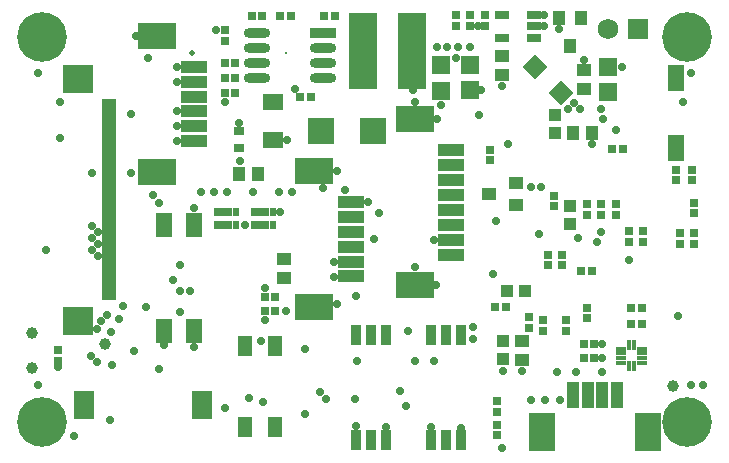
<source format=gbs>
%FSLAX44Y44*%
%MOMM*%
G71*
G01*
G75*
G04 Layer_Color=16711935*
%ADD10R,0.5000X0.6000*%
%ADD11R,1.0668X0.8128*%
%ADD12R,0.6000X0.5000*%
%ADD13R,0.8000X1.6000*%
%ADD14O,2.0320X0.6096*%
%ADD15R,2.0320X0.6096*%
%ADD16O,2.0000X0.3500*%
%ADD17R,1.5000X0.4000*%
G04:AMPARAMS|DCode=18|XSize=0.22mm|YSize=0.8mm|CornerRadius=0mm|HoleSize=0mm|Usage=FLASHONLY|Rotation=90.000|XOffset=0mm|YOffset=0mm|HoleType=Round|Shape=RoundedRectangle|*
%AMROUNDEDRECTD18*
21,1,0.2200,0.8000,0,0,90.0*
21,1,0.2200,0.8000,0,0,90.0*
1,1,0.0000,0.4000,0.1100*
1,1,0.0000,0.4000,-0.1100*
1,1,0.0000,-0.4000,-0.1100*
1,1,0.0000,-0.4000,0.1100*
%
%ADD18ROUNDEDRECTD18*%
G04:AMPARAMS|DCode=19|XSize=0.22mm|YSize=0.8mm|CornerRadius=0mm|HoleSize=0mm|Usage=FLASHONLY|Rotation=0.000|XOffset=0mm|YOffset=0mm|HoleType=Round|Shape=RoundedRectangle|*
%AMROUNDEDRECTD19*
21,1,0.2200,0.8000,0,0,0.0*
21,1,0.2200,0.8000,0,0,0.0*
1,1,0.0000,0.1100,-0.4000*
1,1,0.0000,-0.1100,-0.4000*
1,1,0.0000,-0.1100,0.4000*
1,1,0.0000,0.1100,0.4000*
%
%ADD19ROUNDEDRECTD19*%
%ADD20R,4.3000X4.3000*%
%ADD21R,1.4000X0.6000*%
%ADD22R,1.8000X0.2500*%
%ADD23R,1.2000X2.2000*%
%ADD24R,1.6000X1.4000*%
%ADD25R,1.1000X1.4000*%
%ADD26R,0.7000X1.6000*%
%ADD27R,0.6000X0.7000*%
%ADD28R,1.2000X1.4000*%
%ADD29P,1.8385X4X90.0*%
%ADD30R,0.8890X1.0160*%
%ADD31R,1.0160X0.8890*%
%ADD32C,0.4000*%
%ADD33C,0.2000*%
%ADD34C,0.3000*%
%ADD35C,0.2540*%
%ADD36C,0.1270*%
%ADD37C,0.5000*%
%ADD38C,0.6000*%
%ADD39C,0.5000*%
%ADD40C,0.3000*%
G04:AMPARAMS|DCode=41|XSize=4mm|YSize=4mm|CornerRadius=2mm|HoleSize=0mm|Usage=FLASHONLY|Rotation=0.000|XOffset=0mm|YOffset=0mm|HoleType=Round|Shape=RoundedRectangle|*
%AMROUNDEDRECTD41*
21,1,4.0000,0.0000,0,0,0.0*
21,1,0.0000,4.0000,0,0,0.0*
1,1,4.0000,0.0000,0.0000*
1,1,4.0000,0.0000,0.0000*
1,1,4.0000,0.0000,0.0000*
1,1,4.0000,0.0000,0.0000*
%
%ADD41ROUNDEDRECTD41*%
%ADD42R,1.5240X1.5240*%
%ADD43C,1.5240*%
%ADD44C,0.8000*%
%ADD45R,0.8128X1.0668*%
%ADD46P,1.8385X4X180.0*%
%ADD47R,1.3970X1.3970*%
%ADD48R,2.1000X0.8000*%
%ADD49R,3.0000X2.1000*%
%ADD50R,1.6000X1.2000*%
%ADD51R,1.2000X1.8000*%
%ADD52R,1.0000X1.6000*%
%ADD53R,0.7500X0.2000*%
%ADD54R,0.2000X0.7500*%
%ADD55C,0.8000*%
%ADD56R,0.4064X0.5500*%
%ADD57R,0.3048X0.5500*%
%ADD58R,0.8128X0.8128*%
%ADD59R,1.6000X2.2000*%
G04:AMPARAMS|DCode=60|XSize=2mm|YSize=2mm|CornerRadius=0mm|HoleSize=0mm|Usage=FLASHONLY|Rotation=180.000|XOffset=0mm|YOffset=0mm|HoleType=Round|Shape=RoundedRectangle|*
%AMROUNDEDRECTD60*
21,1,2.0000,2.0000,0,0,180.0*
21,1,2.0000,2.0000,0,0,180.0*
1,1,0.0000,-1.0000,1.0000*
1,1,0.0000,1.0000,1.0000*
1,1,0.0000,1.0000,-1.0000*
1,1,0.0000,-1.0000,-1.0000*
%
%ADD60ROUNDEDRECTD60*%
%ADD61R,0.8128X0.8128*%
%ADD62R,2.4130X2.1844*%
%ADD63R,1.1000X0.3000*%
%ADD64R,2.1500X6.3000*%
%ADD65R,1.2000X2.0000*%
%ADD66R,0.7000X0.6000*%
%ADD67R,0.8000X2.1000*%
%ADD68R,2.1000X3.0000*%
%ADD69R,1.1000X0.5000*%
%ADD70R,0.7600X1.5200*%
%ADD71C,0.1999*%
%ADD72C,0.1250*%
%ADD73C,0.2032*%
%ADD74C,0.1000*%
%ADD75C,0.1200*%
%ADD76R,0.7040X0.8040*%
%ADD77R,1.2708X1.0168*%
%ADD78R,0.8040X0.7040*%
%ADD79R,1.0040X1.8040*%
%ADD80O,2.2360X0.8136*%
%ADD81R,2.2360X0.8136*%
%ADD82O,2.2040X0.5540*%
%ADD83R,1.7040X0.6040*%
G04:AMPARAMS|DCode=84|XSize=0.424mm|YSize=1.004mm|CornerRadius=0mm|HoleSize=0mm|Usage=FLASHONLY|Rotation=90.000|XOffset=0mm|YOffset=0mm|HoleType=Round|Shape=RoundedRectangle|*
%AMROUNDEDRECTD84*
21,1,0.4240,1.0040,0,0,90.0*
21,1,0.4240,1.0040,0,0,90.0*
1,1,0.0000,0.5020,0.2120*
1,1,0.0000,0.5020,-0.2120*
1,1,0.0000,-0.5020,-0.2120*
1,1,0.0000,-0.5020,0.2120*
%
%ADD84ROUNDEDRECTD84*%
G04:AMPARAMS|DCode=85|XSize=0.424mm|YSize=1.004mm|CornerRadius=0mm|HoleSize=0mm|Usage=FLASHONLY|Rotation=0.000|XOffset=0mm|YOffset=0mm|HoleType=Round|Shape=RoundedRectangle|*
%AMROUNDEDRECTD85*
21,1,0.4240,1.0040,0,0,0.0*
21,1,0.4240,1.0040,0,0,0.0*
1,1,0.0000,0.2120,-0.5020*
1,1,0.0000,-0.2120,-0.5020*
1,1,0.0000,-0.2120,0.5020*
1,1,0.0000,0.2120,0.5020*
%
%ADD85ROUNDEDRECTD85*%
%ADD86R,4.5040X4.5040*%
%ADD87R,1.6040X0.8040*%
%ADD88R,2.0040X0.4540*%
%ADD89R,1.4040X2.4040*%
%ADD90R,1.8040X1.6040*%
%ADD91R,1.3040X1.6040*%
%ADD92R,0.9040X1.8040*%
%ADD93R,0.8040X0.9040*%
%ADD94R,1.4040X1.6040*%
%ADD95P,2.1270X4X90.0*%
%ADD96R,1.0930X1.2200*%
%ADD97R,1.2200X1.0930*%
%ADD98C,0.7040*%
%ADD99C,0.5040*%
%ADD100C,0.2040*%
G04:AMPARAMS|DCode=101|XSize=4.204mm|YSize=4.204mm|CornerRadius=2.102mm|HoleSize=0mm|Usage=FLASHONLY|Rotation=0.000|XOffset=0mm|YOffset=0mm|HoleType=Round|Shape=RoundedRectangle|*
%AMROUNDEDRECTD101*
21,1,4.2040,0.0000,0,0,0.0*
21,1,0.0000,4.2040,0,0,0.0*
1,1,4.2040,0.0000,0.0000*
1,1,4.2040,0.0000,0.0000*
1,1,4.2040,0.0000,0.0000*
1,1,4.2040,0.0000,0.0000*
%
%ADD101ROUNDEDRECTD101*%
%ADD102R,1.7280X1.7280*%
%ADD103C,1.7280*%
%ADD104R,1.0168X1.2708*%
%ADD105P,2.1270X4X180.0*%
%ADD106R,1.6010X1.6010*%
%ADD107R,2.3040X1.0040*%
%ADD108R,3.2040X2.3040*%
%ADD109R,1.8040X1.4040*%
%ADD110R,1.4040X2.0040*%
%ADD111R,1.2040X1.8040*%
%ADD112R,0.9540X0.4040*%
%ADD113R,0.4040X0.9540*%
%ADD114C,1.0040*%
%ADD115R,0.6104X0.7540*%
%ADD116R,0.5088X0.7540*%
%ADD117R,1.0168X1.0168*%
%ADD118R,1.8040X2.4040*%
G04:AMPARAMS|DCode=119|XSize=2.204mm|YSize=2.204mm|CornerRadius=0mm|HoleSize=0mm|Usage=FLASHONLY|Rotation=180.000|XOffset=0mm|YOffset=0mm|HoleType=Round|Shape=RoundedRectangle|*
%AMROUNDEDRECTD119*
21,1,2.2040,2.2040,0,0,180.0*
21,1,2.2040,2.2040,0,0,180.0*
1,1,0.0000,-1.1020,1.1020*
1,1,0.0000,1.1020,1.1020*
1,1,0.0000,1.1020,-1.1020*
1,1,0.0000,-1.1020,-1.1020*
%
%ADD119ROUNDEDRECTD119*%
%ADD120R,1.0168X1.0168*%
%ADD121R,2.6170X2.3884*%
%ADD122R,1.3040X0.5040*%
%ADD123R,2.3540X6.5040*%
%ADD124R,1.4040X2.2040*%
%ADD125R,0.9040X0.8040*%
%ADD126R,1.0040X2.3040*%
%ADD127R,2.3040X3.2040*%
%ADD128R,1.3040X0.7040*%
%ADD129R,0.9640X1.7240*%
D76*
X234500Y-67000D02*
D03*
X225500D02*
D03*
X-109500Y115000D02*
D03*
X-118500D02*
D03*
X-62500Y181000D02*
D03*
X-71500D02*
D03*
X192500Y-35000D02*
D03*
X183500D02*
D03*
X110500Y-66000D02*
D03*
X119500D02*
D03*
X218500Y68000D02*
D03*
X209500D02*
D03*
X234500Y-80000D02*
D03*
X225500D02*
D03*
X194500Y-97000D02*
D03*
X185500D02*
D03*
Y-109000D02*
D03*
X194500D02*
D03*
X-54500Y112000D02*
D03*
X-45500D02*
D03*
X-86500Y181000D02*
D03*
X-95500D02*
D03*
X-34500D02*
D03*
X-25500D02*
D03*
X-118500Y141000D02*
D03*
X-109500D02*
D03*
X-118500Y128000D02*
D03*
X-109500D02*
D03*
X-84500Y-57000D02*
D03*
X-75500D02*
D03*
X-84500Y-69000D02*
D03*
X-75500D02*
D03*
D77*
X105608Y30051D02*
D03*
X128544Y20513D02*
D03*
Y39588D02*
D03*
D78*
X224000Y-10500D02*
D03*
Y-1500D02*
D03*
X236000D02*
D03*
Y-10500D02*
D03*
X88980Y181366D02*
D03*
Y172366D02*
D03*
X139000Y-83500D02*
D03*
Y-74500D02*
D03*
X213000Y21500D02*
D03*
Y12500D02*
D03*
X150678Y-76995D02*
D03*
Y-85994D02*
D03*
X170678D02*
D03*
Y-76995D02*
D03*
X264000Y41500D02*
D03*
Y50500D02*
D03*
X112000Y-165500D02*
D03*
Y-174500D02*
D03*
X106000Y67500D02*
D03*
Y58500D02*
D03*
X267000Y-3500D02*
D03*
Y-12500D02*
D03*
X277000Y41500D02*
D03*
Y50500D02*
D03*
X188000Y21500D02*
D03*
Y12500D02*
D03*
X200000Y21500D02*
D03*
Y12500D02*
D03*
X155000Y-21500D02*
D03*
Y-30500D02*
D03*
X167000Y-21500D02*
D03*
Y-30500D02*
D03*
X160000Y19500D02*
D03*
Y28500D02*
D03*
X112000Y-145500D02*
D03*
Y-154500D02*
D03*
X188000Y-75500D02*
D03*
Y-66500D02*
D03*
X279000Y-3500D02*
D03*
Y-12500D02*
D03*
Y22500D02*
D03*
Y13500D02*
D03*
X-118500Y168500D02*
D03*
Y159500D02*
D03*
X-260000Y-111500D02*
D03*
Y-102500D02*
D03*
X76980Y172366D02*
D03*
Y181366D02*
D03*
X101980D02*
D03*
Y172366D02*
D03*
D80*
X-91080Y166390D02*
D03*
Y153691D02*
D03*
Y140990D02*
D03*
Y128291D02*
D03*
X-35200D02*
D03*
Y140990D02*
D03*
Y153691D02*
D03*
D81*
Y166390D02*
D03*
D96*
X192524Y81477D02*
D03*
X176522D02*
D03*
X-89999Y47000D02*
D03*
X-106001D02*
D03*
D97*
X133000Y-110506D02*
D03*
Y-94504D02*
D03*
X116000Y147001D02*
D03*
Y130999D02*
D03*
X186000Y118999D02*
D03*
Y135001D02*
D03*
X-68000Y-41001D02*
D03*
Y-24999D02*
D03*
D98*
X276200Y132000D02*
D03*
Y-132000D02*
D03*
X-276200D02*
D03*
Y132000D02*
D03*
X151866Y171866D02*
D03*
X60600Y-47400D02*
D03*
X42500Y107500D02*
D03*
X77000Y145000D02*
D03*
X-185000Y-66000D02*
D03*
X182000Y102000D02*
D03*
X177000Y107000D02*
D03*
X172000Y102000D02*
D03*
X-197529Y47990D02*
D03*
X149000Y36000D02*
D03*
X-23740Y49260D02*
D03*
X164412Y169412D02*
D03*
X192524Y72476D02*
D03*
X109000Y-38000D02*
D03*
X186000Y143000D02*
D03*
X217633Y137795D02*
D03*
X121487Y72487D02*
D03*
X-258000Y77500D02*
D03*
X-269500Y-17500D02*
D03*
X-230500Y47500D02*
D03*
X42500Y-31500D02*
D03*
X116000Y121000D02*
D03*
X-258000Y107500D02*
D03*
X-246000Y-175000D02*
D03*
X-86000Y-146000D02*
D03*
X-23000Y-63000D02*
D03*
X-87610Y-94390D02*
D03*
X141000Y36000D02*
D03*
X98705Y117705D02*
D03*
X65000Y105000D02*
D03*
X61600Y93400D02*
D03*
X213000Y84000D02*
D03*
X202000Y93000D02*
D03*
X7655Y-8345D02*
D03*
X-144680Y17680D02*
D03*
X-125500Y168500D02*
D03*
X-35248Y35248D02*
D03*
X-147500Y-52500D02*
D03*
X-101000Y3631D02*
D03*
X-156000Y-52500D02*
D03*
X-84500Y-49500D02*
D03*
X-144680Y-100000D02*
D03*
X-118000Y-151000D02*
D03*
X29982Y-136982D02*
D03*
X-215250Y-161750D02*
D03*
X-193700Y163700D02*
D03*
X-183198Y145198D02*
D03*
X-159050Y124950D02*
D03*
X-106000Y90000D02*
D03*
X-66000Y76000D02*
D03*
X61000Y154000D02*
D03*
X70000D02*
D03*
X79000D02*
D03*
X89000D02*
D03*
X96500Y96500D02*
D03*
X286500Y-131500D02*
D03*
X265000Y-73000D02*
D03*
X35270Y-149270D02*
D03*
X-6819Y-111500D02*
D03*
X-33000Y-144000D02*
D03*
X-37819Y-137500D02*
D03*
X-138659Y31606D02*
D03*
X-162000Y-43000D02*
D03*
X-156196Y-30000D02*
D03*
X-127606Y31606D02*
D03*
X-116646D02*
D03*
X-94590D02*
D03*
X-72656D02*
D03*
X-61606D02*
D03*
X-72000Y14250D02*
D03*
X-50500Y-156000D02*
D03*
X-156000Y-69600D02*
D03*
X36434Y-86515D02*
D03*
X41000Y118000D02*
D03*
X-118500Y107843D02*
D03*
X-16323Y33000D02*
D03*
X-170080Y-97920D02*
D03*
X-195416Y-103000D02*
D03*
X-260000Y-117000D02*
D03*
X-50500Y-101340D02*
D03*
X-84500Y-76500D02*
D03*
X-26000Y-40000D02*
D03*
Y-27390D02*
D03*
X-98000Y-143000D02*
D03*
X-174326Y-118412D02*
D03*
X-226500Y-112500D02*
D03*
X-231500Y-107500D02*
D03*
X-214000Y-115000D02*
D03*
X-8500Y-144000D02*
D03*
X-7710Y-56290D02*
D03*
X162565Y-120980D02*
D03*
X58730Y-111770D02*
D03*
X42730D02*
D03*
X-59000Y119000D02*
D03*
X-159050Y137450D02*
D03*
X-179000Y29000D02*
D03*
X-174000Y22000D02*
D03*
X-198000Y97500D02*
D03*
X-227000Y-84000D02*
D03*
X-159050Y74550D02*
D03*
Y87050D02*
D03*
Y99750D02*
D03*
X-207636Y-76000D02*
D03*
X-205000Y-65000D02*
D03*
X-215000Y-87000D02*
D03*
X-67000Y-69000D02*
D03*
X200000Y102000D02*
D03*
X269500Y107500D02*
D03*
X58350Y-8650D02*
D03*
X95634Y172366D02*
D03*
X111000Y7000D02*
D03*
X116000Y-185000D02*
D03*
X151980Y181366D02*
D03*
X-7461Y-166461D02*
D03*
X17939Y-167061D02*
D03*
X56039Y-167039D02*
D03*
X81422Y-168064D02*
D03*
X201000Y-121000D02*
D03*
X-230500Y-17500D02*
D03*
X-225500Y-22500D02*
D03*
Y-12500D02*
D03*
X-230500Y-7500D02*
D03*
X-225500Y-2500D02*
D03*
X-230500Y2500D02*
D03*
X-218000Y-72500D02*
D03*
X-223000Y-77500D02*
D03*
X148000Y-3569D02*
D03*
X181000Y-7340D02*
D03*
X224000Y-26000D02*
D03*
X197000Y-11000D02*
D03*
X200000Y-2680D02*
D03*
X165000Y-144124D02*
D03*
X153000D02*
D03*
X141270Y-144230D02*
D03*
X201000Y-109000D02*
D03*
X179000Y-121000D02*
D03*
X201000Y-97000D02*
D03*
X133000Y-120000D02*
D03*
X117000D02*
D03*
X-105630Y58000D02*
D03*
X92011Y-93000D02*
D03*
X92000Y-83000D02*
D03*
X12000Y14000D02*
D03*
X2892Y23010D02*
D03*
D99*
X-146563Y149244D02*
D03*
D100*
X-66676Y149208D02*
D03*
D101*
X-273000Y163000D02*
D03*
Y-163000D02*
D03*
X273000D02*
D03*
Y163000D02*
D03*
D102*
X231700Y170000D02*
D03*
D103*
X206300D02*
D03*
D104*
X164412Y178544D02*
D03*
X183487D02*
D03*
X173949Y155608D02*
D03*
D105*
X144000Y137789D02*
D03*
X166000Y115789D02*
D03*
D106*
X65000Y138795D02*
D03*
Y117205D02*
D03*
X89000Y139295D02*
D03*
Y117705D02*
D03*
X206000Y116205D02*
D03*
Y137795D02*
D03*
D107*
X73500Y41950D02*
D03*
Y4050D02*
D03*
Y16750D02*
D03*
Y29250D02*
D03*
Y-8650D02*
D03*
Y-21350D02*
D03*
Y54650D02*
D03*
Y67350D02*
D03*
X-144500Y137450D02*
D03*
Y124950D02*
D03*
Y87050D02*
D03*
Y74550D02*
D03*
Y99750D02*
D03*
Y112250D02*
D03*
X-11823Y23010D02*
D03*
Y10510D02*
D03*
Y-27390D02*
D03*
Y-39890D02*
D03*
Y-14690D02*
D03*
Y-2190D02*
D03*
D108*
X42500Y-47400D02*
D03*
Y93400D02*
D03*
X-175500Y163700D02*
D03*
Y48300D02*
D03*
X-42823Y49260D02*
D03*
Y-66140D02*
D03*
D109*
X-78000Y108000D02*
D03*
Y76000D02*
D03*
D110*
X-170080Y-85940D02*
D03*
X-144680D02*
D03*
Y4060D02*
D03*
X-170080D02*
D03*
D111*
X-76300Y-167000D02*
D03*
X-101700D02*
D03*
Y-99000D02*
D03*
X-76300D02*
D03*
D112*
X217000Y-101000D02*
D03*
Y-105000D02*
D03*
Y-109000D02*
D03*
Y-113000D02*
D03*
X235000D02*
D03*
Y-109000D02*
D03*
Y-105000D02*
D03*
Y-101000D02*
D03*
D113*
X224000Y-116000D02*
D03*
X228000D02*
D03*
Y-98000D02*
D03*
X224000D02*
D03*
D114*
X261000Y-133000D02*
D03*
X-281700Y-117500D02*
D03*
Y-87500D02*
D03*
X-220000Y-97500D02*
D03*
D115*
X-108999Y3750D02*
D03*
X-125001D02*
D03*
Y14250D02*
D03*
X-108999D02*
D03*
X-77999Y3750D02*
D03*
X-94001D02*
D03*
Y14250D02*
D03*
X-77999D02*
D03*
D116*
X-114501Y3750D02*
D03*
X-119499D02*
D03*
Y14250D02*
D03*
X-114501D02*
D03*
X-83501Y3750D02*
D03*
X-88499D02*
D03*
Y14250D02*
D03*
X-83501D02*
D03*
D117*
X135620Y-52000D02*
D03*
X120380D02*
D03*
D118*
X-237250Y-149000D02*
D03*
X-137750D02*
D03*
D119*
X7000Y83000D02*
D03*
X-37000D02*
D03*
D120*
X117000Y-109620D02*
D03*
Y-94380D02*
D03*
X174000Y19620D02*
D03*
Y4380D02*
D03*
X161000Y96620D02*
D03*
Y81380D02*
D03*
D121*
X-242935Y-77437D02*
D03*
X-242935Y127443D02*
D03*
D122*
X-216500Y-57500D02*
D03*
Y-52500D02*
D03*
Y-47500D02*
D03*
Y-42500D02*
D03*
Y-37500D02*
D03*
Y-32500D02*
D03*
Y-27500D02*
D03*
Y-22500D02*
D03*
Y-17500D02*
D03*
Y-12500D02*
D03*
Y-7500D02*
D03*
Y-2500D02*
D03*
Y2500D02*
D03*
Y7500D02*
D03*
Y12500D02*
D03*
Y17500D02*
D03*
Y22500D02*
D03*
Y27500D02*
D03*
Y32500D02*
D03*
Y37500D02*
D03*
Y42500D02*
D03*
Y47500D02*
D03*
Y52500D02*
D03*
Y57500D02*
D03*
Y62500D02*
D03*
Y67500D02*
D03*
Y72500D02*
D03*
Y77500D02*
D03*
Y82500D02*
D03*
Y87500D02*
D03*
Y92500D02*
D03*
Y97500D02*
D03*
Y102500D02*
D03*
Y107500D02*
D03*
D123*
X39750Y151000D02*
D03*
X-1750D02*
D03*
D124*
X263778Y68431D02*
D03*
Y128431D02*
D03*
D125*
X-106000Y83100D02*
D03*
Y68900D02*
D03*
D126*
X213750Y-140500D02*
D03*
X201250D02*
D03*
X188750D02*
D03*
X176250D02*
D03*
D127*
X150000Y-171500D02*
D03*
X240000D02*
D03*
D128*
X116480Y181366D02*
D03*
Y162366D02*
D03*
X143480D02*
D03*
Y171866D02*
D03*
Y181366D02*
D03*
D129*
X81422Y-178450D02*
D03*
X68739D02*
D03*
X56039D02*
D03*
X17939D02*
D03*
X5239D02*
D03*
X-7461D02*
D03*
X-7321Y-89550D02*
D03*
X5379D02*
D03*
X18079D02*
D03*
X56179D02*
D03*
X68879D02*
D03*
X81579D02*
D03*
M02*

</source>
